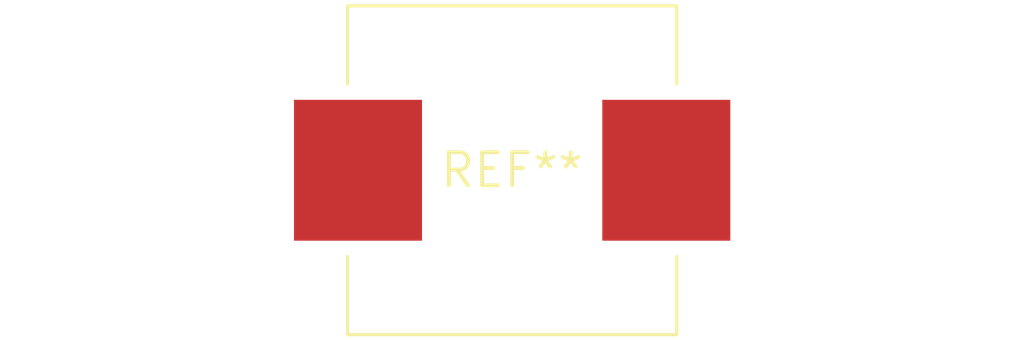
<source format=kicad_pcb>
(kicad_pcb (version 20240108) (generator pcbnew)
  (layers (0 "F.Cu" signal) (31 "B.Cu" signal) (34 "B.Paste" user) (35 "F.Paste" user) (36 "B.SilkS" user "B.Silkscreen") (37 "F.SilkS" user "F.Silkscreen") (38 "B.Mask" user) (39 "F.Mask" user) (44 "Edge.Cuts" user))
  (net 0 "")
  (footprint "L_Wuerth_WE-PD-Typ-LS_Handsoldering" (layer "F.Cu") (at 0 0)
    (property "Reference" "REF**")
    (property "Value" "L_Wuerth_WE-PD-Typ-LS_Handsoldering")
    (fp_line (start -6.3 -6.3) (end 6.3 -6.3) (layer "F.SilkS") (stroke (width 0.12)))
    (fp_line (start -6.3 -3.3) (end -6.3 -6.3) (layer "F.SilkS") (stroke (width 0.12)))
    (fp_line (start -6.3 6.3) (end -6.3 3.3) (layer "F.SilkS") (stroke (width 0.12)))
    (fp_line (start 6.3 -6.3) (end 6.3 -3.3) (layer "F.SilkS") (stroke (width 0.12)))
    (fp_line (start 6.3 3.3) (end 6.3 6.3) (layer "F.SilkS") (stroke (width 0.12)))
    (fp_line (start 6.3 6.3) (end -6.3 6.3) (layer "F.SilkS") (stroke (width 0.12)))
    (pad "1" smd rect (at -5.9 0) (size 4.9 5.4) (layers "F.Cu" "F.Paste" "F.Mask"))
    (pad "2" smd rect (at 5.9 0) (size 4.9 5.4) (layers "F.Cu" "F.Paste" "F.Mask"))
  )
)
</source>
